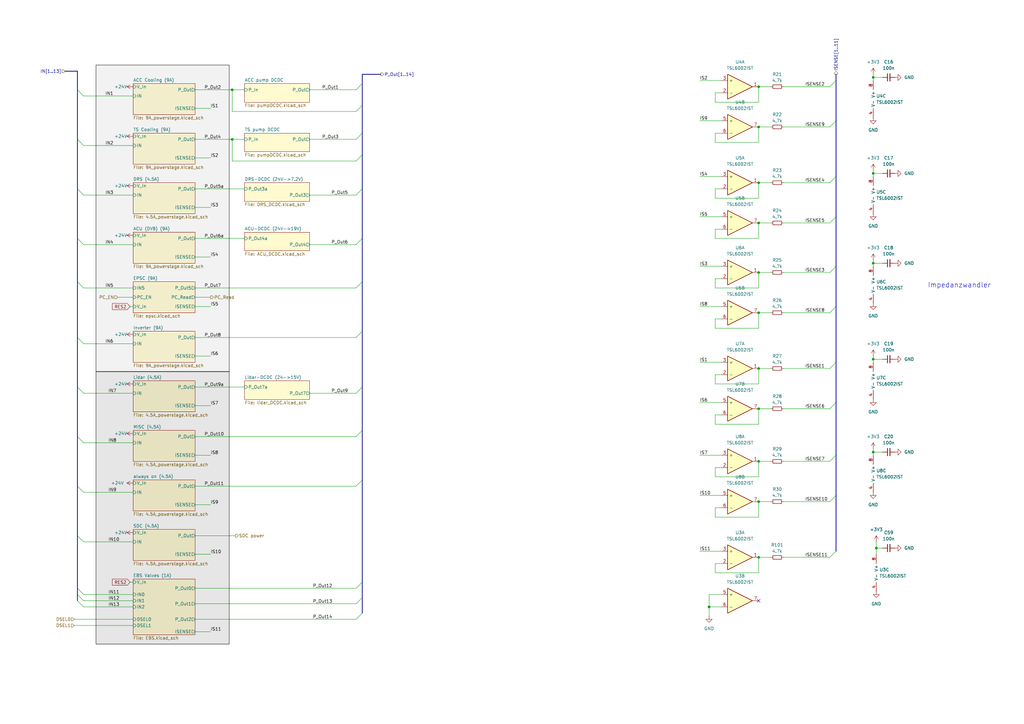
<source format=kicad_sch>
(kicad_sch (version 20231120) (generator "eeschema") (generator_version "8.0")
  (paper "A3")
  (title_block (title "PDU FT25") (date "2024-11-23") (rev "V1.1") (company "Janek Herm") (comment 1 "FaSTTUBe Electronics"))
  (lib_symbols
    (symbol "Device:C_Small" (pin_numbers hide) (pin_names (offset 0.254) hide)
      (property "Reference" "C" (at 0.254 1.778 0))
      (property "Value" "C_Small" (at 0.254 -2.032 0))
      (symbol "C_Small_0_1"
        (polyline (pts (xy -1.524 -0.508) (xy 1.524 -0.508)) (stroke (width 0.3302)))
        (polyline (pts (xy -1.524 0.508) (xy 1.524 0.508)) (stroke (width 0.3048)))
      )
      (symbol "C_Small_1_1"
        (pin passive line (at 0 2.54 270) (length 2.032) (name "~") (number "1"))
        (pin passive line (at 0 -2.54 90) (length 2.032) (name "~") (number "2"))
      )
    )
    (symbol "Device:Opamp_Dual"
      (property "Reference" "U" (at 0 5.08 0))
      (property "Value" "Opamp_Dual" (at 0 -5.08 0))
      (symbol "Opamp_Dual_1_1"
        (polyline (pts (xy -5.08 5.08) (xy 5.08 0) (xy -5.08 -5.08) (xy -5.08 5.08)) (stroke (width 0.254)) (fill (type background)))
        (pin output line (at 7.62 0 180) (length 2.54) (name "~") (number "1"))
        (pin input line (at -7.62 -2.54 0) (length 2.54) (name "-") (number "2"))
        (pin input line (at -7.62 2.54 0) (length 2.54) (name "+") (number "3"))
      )
      (symbol "Opamp_Dual_2_1"
        (polyline (pts (xy -5.08 5.08) (xy 5.08 0) (xy -5.08 -5.08) (xy -5.08 5.08)) (stroke (width 0.254)) (fill (type background)))
        (pin input line (at -7.62 2.54 0) (length 2.54) (name "+") (number "5"))
        (pin input line (at -7.62 -2.54 0) (length 2.54) (name "-") (number "6"))
        (pin output line (at 7.62 0 180) (length 2.54) (name "~") (number "7"))
      )
      (symbol "Opamp_Dual_3_1"
        (pin power_in line (at -2.54 -7.62 90) (length 3.81) (name "V-") (number "4"))
        (pin power_in line (at -2.54 7.62 270) (length 3.81) (name "V+") (number "8"))
      )
    )
    (symbol "Device:R_Small" (pin_numbers hide) (pin_names (offset 0.254) hide)
      (property "Reference" "R" (at 0.762 0.508 0))
      (property "Value" "R_Small" (at 0.762 -1.016 0))
      (symbol "R_Small_0_1"
        (rectangle (start -0.762 1.778) (end 0.762 -1.778) (stroke (width 0.2032)))
      )
      (symbol "R_Small_1_1"
        (pin passive line (at 0 2.54 270) (length 0.762) (name "~") (number "1"))
        (pin passive line (at 0 -2.54 90) (length 0.762) (name "~") (number "2"))
      )
    )
    (symbol "power:+12V" (power) (pin_numbers hide) (pin_names (offset 0) hide)
      (property "Value" "+12V" (at 0 3.556 0))
      (symbol "+12V_0_1"
        (polyline (pts (xy -0.762 1.27) (xy 0 2.54)))
        (polyline (pts (xy 0 0) (xy 0 2.54)))
        (polyline (pts (xy 0 2.54) (xy 0.762 1.27)))
      )
      (symbol "+12V_1_1"
        (pin power_in line (at 0 0 90) (length 0) (name "~") (number "1"))
      )
    )
    (symbol "power:+24V" (power) (pin_numbers hide) (pin_names (offset 0) hide)
      (property "Value" "+24V" (at 0 3.556 0))
      (symbol "+24V_0_1"
        (polyline (pts (xy -0.762 1.27) (xy 0 2.54)))
        (polyline (pts (xy 0 0) (xy 0 2.54)))
        (polyline (pts (xy 0 2.54) (xy 0.762 1.27)))
      )
      (symbol "+24V_1_1"
        (pin power_in line (at 0 0 90) (length 0) (name "~") (number "1"))
      )
    )
    (symbol "power:+3.3V" (power) (pin_numbers hide) (pin_names (offset 0) hide)
      (property "Value" "+3.3V" (at 0 3.556 0))
      (symbol "+3.3V_0_1"
        (polyline (pts (xy -0.762 1.27) (xy 0 2.54)))
        (polyline (pts (xy 0 0) (xy 0 2.54)))
        (polyline (pts (xy 0 2.54) (xy 0.762 1.27)))
      )
      (symbol "+3.3V_1_1"
        (pin power_in line (at 0 0 90) (length 0) (name "~") (number "1"))
      )
    )
    (symbol "power:GND" (power) (pin_numbers hide) (pin_names (offset 0) hide)
      (property "Value" "GND" (at 0 -3.81 0))
      (symbol "GND_0_1"
        (polyline (pts (xy 0 0) (xy 0 -1.27) (xy 1.27 -1.27) (xy 0 -2.54) (xy -1.27 -1.27) (xy 0 -1.27)))
      )
      (symbol "GND_1_1"
        (pin power_in line (at 0 0 270) (length 0) (name "~") (number "1"))
      )
    )
  )
  (junction (at 311.15 111.76))
  (junction (at 358.14 71.12))
  (junction (at 358.14 31.75))
  (junction (at 358.14 185.42))
  (junction (at 311.15 128.27))
  (junction (at 95.25 36.83))
  (junction (at 95.25 57.15))
  (junction (at 311.15 52.07))
  (junction (at 311.15 205.74))
  (junction (at 311.15 228.6))
  (junction (at 359.41 224.79))
  (junction (at 311.15 151.13))
  (junction (at 311.15 91.44))
  (junction (at 311.15 35.56))
  (junction (at 358.14 147.32))
  (junction (at 358.14 107.95))
  (junction (at 290.83 248.92))
  (junction (at 311.15 74.93))
  (junction (at 311.15 189.23))
  (junction (at 311.15 167.64))
  (no_connect (at 311.15 246.38))
  (bus_entry (at 340.36 228.6) (size 2.54 -2.54))
  (bus_entry (at 31.75 199.39) (size 2.54 2.54))
  (bus_entry (at 34.29 80.01) (size -2.54 -2.54))
  (bus_entry (at 31.75 219.71) (size 2.54 2.54))
  (bus_entry (at 146.05 254) (size 2.54 -2.54))
  (bus_entry (at 34.29 140.97) (size -2.54 -2.54))
  (bus_entry (at 146.05 247.65) (size 2.54 -2.54))
  (bus_entry (at 340.36 151.13) (size 2.54 -2.54))
  (bus_entry (at 146.05 179.07) (size 2.54 -2.54))
  (bus_entry (at 340.36 189.23) (size 2.54 -2.54))
  (bus_entry (at 146.05 100.33) (size 2.54 -2.54))
  (bus_entry (at 146.05 199.39) (size 2.54 -2.54))
  (bus_entry (at 340.36 111.76) (size 2.54 -2.54))
  (bus_entry (at 340.36 205.74) (size 2.54 -2.54))
  (bus_entry (at 340.36 74.93) (size 2.54 -2.54))
  (bus_entry (at 34.29 118.11) (size -2.54 -2.54))
  (bus_entry (at 146.05 118.11) (size 2.54 -2.54))
  (bus_entry (at 340.36 52.07) (size 2.54 -2.54))
  (bus_entry (at 34.29 100.33) (size -2.54 -2.54))
  (bus_entry (at 146.05 57.15) (size 2.54 -2.54))
  (bus_entry (at 146.05 161.29) (size 2.54 -2.54))
  (bus_entry (at 146.05 66.04) (size 2.54 -2.54))
  (bus_entry (at 146.05 241.3) (size 2.54 -2.54))
  (bus_entry (at 340.36 167.64) (size 2.54 -2.54))
  (bus_entry (at 31.75 179.07) (size 2.54 2.54))
  (bus_entry (at 34.29 39.37) (size -2.54 -2.54))
  (bus_entry (at 146.05 80.01) (size 2.54 -2.54))
  (bus_entry (at 340.36 91.44) (size 2.54 -2.54))
  (bus_entry (at 31.75 243.84) (size 2.54 2.54))
  (bus_entry (at 31.75 246.38) (size 2.54 2.54))
  (bus_entry (at 31.75 241.3) (size 2.54 2.54))
  (bus_entry (at 146.05 45.72) (size 2.54 -2.54))
  (bus_entry (at 340.36 128.27) (size 2.54 -2.54))
  (bus_entry (at 340.36 35.56) (size 2.54 -2.54))
  (bus_entry (at 34.29 59.69) (size -2.54 -2.54))
  (bus_entry (at 146.05 138.43) (size 2.54 -2.54))
  (bus_entry (at 146.05 36.83) (size 2.54 -2.54))
  (bus_entry (at 31.75 158.75) (size 2.54 2.54))
  (wire (pts (xy 293.37 130.81) (xy 293.37 134.62)))
  (bus (pts (xy 342.9 88.9) (xy 342.9 109.22)))
  (wire (pts (xy 311.15 189.23) (xy 311.15 195.58)))
  (bus (pts (xy 342.9 125.73) (xy 342.9 148.59)))
  (wire (pts (xy 321.31 52.07) (xy 340.36 52.07)))
  (wire (pts (xy 311.15 151.13) (xy 311.15 157.48)))
  (wire (pts (xy 34.29 100.33) (xy 54.61 100.33)))
  (wire (pts (xy 311.15 234.95) (xy 311.15 228.6)))
  (wire (pts (xy 321.31 205.74) (xy 340.36 205.74)))
  (bus (pts (xy 342.9 148.59) (xy 342.9 165.1)))
  (bus (pts (xy 31.75 243.84) (xy 31.75 246.38)))
  (wire (pts (xy 358.14 30.48) (xy 358.14 31.75)))
  (wire (pts (xy 311.15 205.74) (xy 311.15 212.09)))
  (wire (pts (xy 359.41 224.79) (xy 361.95 224.79)))
  (wire (pts (xy 311.15 128.27) (xy 311.15 134.62)))
  (wire (pts (xy 293.37 81.28) (xy 311.15 81.28)))
  (bus (pts (xy 31.75 241.3) (xy 31.75 243.84)))
  (wire (pts (xy 293.37 54.61) (xy 293.37 58.42)))
  (wire (pts (xy 311.15 74.93) (xy 316.23 74.93)))
  (wire (pts (xy 287.02 33.02) (xy 295.91 33.02)))
  (wire (pts (xy 287.02 226.06) (xy 295.91 226.06)))
  (wire (pts (xy 311.15 189.23) (xy 316.23 189.23)))
  (wire (pts (xy 95.25 45.72) (xy 146.05 45.72)))
  (wire (pts (xy 95.25 36.83) (xy 100.33 36.83)))
  (wire (pts (xy 293.37 195.58) (xy 311.15 195.58)))
  (wire (pts (xy 80.01 146.05) (xy 86.36 146.05)))
  (bus (pts (xy 148.59 63.5) (xy 148.59 77.47)))
  (wire (pts (xy 295.91 231.14) (xy 293.37 231.14)))
  (wire (pts (xy 290.83 248.92) (xy 295.91 248.92)))
  (wire (pts (xy 53.34 238.76) (xy 54.61 238.76)))
  (wire (pts (xy 34.29 80.01) (xy 54.61 80.01)))
  (wire (pts (xy 295.91 114.3) (xy 293.37 114.3)))
  (wire (pts (xy 290.83 243.84) (xy 295.91 243.84)))
  (wire (pts (xy 295.91 191.77) (xy 293.37 191.77)))
  (wire (pts (xy 311.15 35.56) (xy 316.23 35.56)))
  (wire (pts (xy 295.91 130.81) (xy 293.37 130.81)))
  (wire (pts (xy 295.91 54.61) (xy 293.37 54.61)))
  (wire (pts (xy 311.15 111.76) (xy 316.23 111.76)))
  (bus (pts (xy 148.59 238.76) (xy 148.59 245.11)))
  (wire (pts (xy 295.91 170.18) (xy 293.37 170.18)))
  (wire (pts (xy 287.02 148.59) (xy 295.91 148.59)))
  (bus (pts (xy 156.21 30.48) (xy 148.59 30.48)))
  (wire (pts (xy 358.14 107.95) (xy 361.95 107.95)))
  (wire (pts (xy 295.91 208.28) (xy 293.37 208.28)))
  (wire (pts (xy 358.14 69.85) (xy 358.14 71.12)))
  (wire (pts (xy 293.37 212.09) (xy 311.15 212.09)))
  (wire (pts (xy 30.48 254) (xy 54.61 254)))
  (wire (pts (xy 80.01 77.47) (xy 100.33 77.47)))
  (bus (pts (xy 342.9 72.39) (xy 342.9 88.9)))
  (wire (pts (xy 80.01 44.45) (xy 86.36 44.45)))
  (bus (pts (xy 148.59 158.75) (xy 148.59 176.53)))
  (wire (pts (xy 321.31 151.13) (xy 340.36 151.13)))
  (wire (pts (xy 358.14 185.42) (xy 358.14 186.69)))
  (wire (pts (xy 321.31 228.6) (xy 340.36 228.6)))
  (wire (pts (xy 127 57.15) (xy 146.05 57.15)))
  (wire (pts (xy 80.01 179.07) (xy 146.05 179.07)))
  (wire (pts (xy 287.02 125.73) (xy 295.91 125.73)))
  (wire (pts (xy 287.02 109.22) (xy 295.91 109.22)))
  (wire (pts (xy 358.14 71.12) (xy 361.95 71.12)))
  (wire (pts (xy 80.01 138.43) (xy 146.05 138.43)))
  (bus (pts (xy 342.9 109.22) (xy 342.9 125.73)))
  (wire (pts (xy 311.15 167.64) (xy 316.23 167.64)))
  (wire (pts (xy 311.15 52.07) (xy 311.15 58.42)))
  (wire (pts (xy 358.14 31.75) (xy 361.95 31.75)))
  (wire (pts (xy 34.29 243.84) (xy 54.61 243.84)))
  (bus (pts (xy 31.75 57.15) (xy 31.75 77.47)))
  (bus (pts (xy 31.75 29.21) (xy 31.75 36.83)))
  (wire (pts (xy 321.31 128.27) (xy 340.36 128.27)))
  (bus (pts (xy 148.59 196.85) (xy 148.59 238.76)))
  (wire (pts (xy 287.02 72.39) (xy 295.91 72.39)))
  (wire (pts (xy 311.15 52.07) (xy 316.23 52.07)))
  (wire (pts (xy 80.01 105.41) (xy 86.36 105.41)))
  (wire (pts (xy 359.41 222.25) (xy 359.41 224.79)))
  (wire (pts (xy 293.37 157.48) (xy 311.15 157.48)))
  (wire (pts (xy 311.15 205.74) (xy 316.23 205.74)))
  (wire (pts (xy 80.01 125.73) (xy 86.36 125.73)))
  (wire (pts (xy 293.37 97.79) (xy 311.15 97.79)))
  (wire (pts (xy 80.01 158.75) (xy 100.33 158.75)))
  (wire (pts (xy 295.91 93.98) (xy 293.37 93.98)))
  (bus (pts (xy 31.75 179.07) (xy 31.75 199.39)))
  (wire (pts (xy 80.01 207.01) (xy 86.36 207.01)))
  (bus (pts (xy 26.67 29.21) (xy 31.75 29.21)))
  (wire (pts (xy 287.02 186.69) (xy 295.91 186.69)))
  (wire (pts (xy 293.37 58.42) (xy 311.15 58.42)))
  (bus (pts (xy 31.75 97.79) (xy 31.75 115.57)))
  (wire (pts (xy 293.37 234.95) (xy 311.15 234.95)))
  (bus (pts (xy 148.59 176.53) (xy 148.59 196.85)))
  (wire (pts (xy 34.29 59.69) (xy 54.61 59.69)))
  (bus (pts (xy 342.9 186.69) (xy 342.9 203.2)))
  (wire (pts (xy 358.14 147.32) (xy 358.14 148.59)))
  (wire (pts (xy 295.91 153.67) (xy 293.37 153.67)))
  (bus (pts (xy 31.75 219.71) (xy 31.75 241.3)))
  (wire (pts (xy 321.31 91.44) (xy 340.36 91.44)))
  (wire (pts (xy 290.83 252.73) (xy 290.83 248.92)))
  (bus (pts (xy 148.59 245.11) (xy 148.59 251.46)))
  (wire (pts (xy 80.01 247.65) (xy 146.05 247.65)))
  (wire (pts (xy 293.37 153.67) (xy 293.37 157.48)))
  (wire (pts (xy 34.29 39.37) (xy 54.61 39.37)))
  (wire (pts (xy 293.37 38.1) (xy 293.37 41.91)))
  (wire (pts (xy 34.29 222.25) (xy 54.61 222.25)))
  (wire (pts (xy 293.37 208.28) (xy 293.37 212.09)))
  (wire (pts (xy 80.01 64.77) (xy 86.36 64.77)))
  (wire (pts (xy 95.25 57.15) (xy 95.25 66.04)))
  (bus (pts (xy 342.9 165.1) (xy 342.9 186.69)))
  (wire (pts (xy 80.01 254) (xy 146.05 254)))
  (wire (pts (xy 34.29 118.11) (xy 54.61 118.11)))
  (wire (pts (xy 30.48 256.54) (xy 54.61 256.54)))
  (wire (pts (xy 358.14 184.15) (xy 358.14 185.42)))
  (wire (pts (xy 321.31 74.93) (xy 340.36 74.93)))
  (wire (pts (xy 358.14 71.12) (xy 358.14 72.39)))
  (wire (pts (xy 293.37 134.62) (xy 311.15 134.62)))
  (bus (pts (xy 148.59 43.18) (xy 148.59 54.61)))
  (wire (pts (xy 287.02 165.1) (xy 295.91 165.1)))
  (bus (pts (xy 148.59 77.47) (xy 148.59 97.79)))
  (wire (pts (xy 311.15 111.76) (xy 311.15 118.11)))
  (wire (pts (xy 321.31 111.76) (xy 340.36 111.76)))
  (wire (pts (xy 287.02 49.53) (xy 295.91 49.53)))
  (wire (pts (xy 80.01 121.92) (xy 86.36 121.92)))
  (wire (pts (xy 80.01 118.11) (xy 146.05 118.11)))
  (bus (pts (xy 31.75 158.75) (xy 31.75 179.07)))
  (wire (pts (xy 295.91 77.47) (xy 293.37 77.47)))
  (wire (pts (xy 293.37 170.18) (xy 293.37 173.99)))
  (bus (pts (xy 342.9 33.02) (xy 342.9 49.53)))
  (wire (pts (xy 80.01 219.71) (xy 96.52 219.71)))
  (wire (pts (xy 127 100.33) (xy 146.05 100.33)))
  (bus (pts (xy 31.75 36.83) (xy 31.75 57.15)))
  (wire (pts (xy 95.25 66.04) (xy 146.05 66.04)))
  (wire (pts (xy 34.29 181.61) (xy 54.61 181.61)))
  (wire (pts (xy 293.37 41.91) (xy 311.15 41.91)))
  (wire (pts (xy 293.37 118.11) (xy 311.15 118.11)))
  (wire (pts (xy 34.29 246.38) (xy 54.61 246.38)))
  (bus (pts (xy 342.9 203.2) (xy 342.9 226.06)))
  (wire (pts (xy 293.37 231.14) (xy 293.37 234.95)))
  (wire (pts (xy 358.14 185.42) (xy 361.95 185.42)))
  (bus (pts (xy 148.59 135.89) (xy 148.59 158.75)))
  (wire (pts (xy 53.34 125.73) (xy 54.61 125.73)))
  (wire (pts (xy 311.15 74.93) (xy 311.15 81.28)))
  (wire (pts (xy 80.01 36.83) (xy 95.25 36.83)))
  (wire (pts (xy 95.25 57.15) (xy 100.33 57.15)))
  (wire (pts (xy 293.37 93.98) (xy 293.37 97.79)))
  (wire (pts (xy 295.91 38.1) (xy 293.37 38.1)))
  (bus (pts (xy 148.59 34.29) (xy 148.59 43.18)))
  (wire (pts (xy 54.61 201.93) (xy 34.29 201.93)))
  (wire (pts (xy 358.14 147.32) (xy 361.95 147.32)))
  (wire (pts (xy 293.37 173.99) (xy 311.15 173.99)))
  (wire (pts (xy 127 80.01) (xy 146.05 80.01)))
  (wire (pts (xy 80.01 199.39) (xy 146.05 199.39)))
  (wire (pts (xy 80.01 57.15) (xy 95.25 57.15)))
  (bus (pts (xy 31.75 77.47) (xy 31.75 97.79)))
  (wire (pts (xy 293.37 191.77) (xy 293.37 195.58)))
  (bus (pts (xy 342.9 49.53) (xy 342.9 72.39)))
  (bus (pts (xy 148.59 97.79) (xy 148.59 115.57)))
  (bus (pts (xy 148.59 30.48) (xy 148.59 34.29)))
  (wire (pts (xy 80.01 186.69) (xy 86.36 186.69)))
  (wire (pts (xy 287.02 203.2) (xy 295.91 203.2)))
  (bus (pts (xy 148.59 115.57) (xy 148.59 135.89)))
  (wire (pts (xy 321.31 35.56) (xy 340.36 35.56)))
  (wire (pts (xy 358.14 146.05) (xy 358.14 147.32)))
  (wire (pts (xy 80.01 241.3) (xy 146.05 241.3)))
  (wire (pts (xy 80.01 259.08) (xy 86.36 259.08)))
  (bus (pts (xy 31.75 199.39) (xy 31.75 219.71)))
  (bus (pts (xy 31.75 138.43) (xy 31.75 158.75)))
  (wire (pts (xy 311.15 91.44) (xy 311.15 97.79)))
  (wire (pts (xy 80.01 166.37) (xy 86.36 166.37)))
  (wire (pts (xy 311.15 167.64) (xy 311.15 173.99)))
  (wire (pts (xy 358.14 31.75) (xy 358.14 33.02)))
  (wire (pts (xy 311.15 91.44) (xy 316.23 91.44)))
  (wire (pts (xy 34.29 140.97) (xy 54.61 140.97)))
  (wire (pts (xy 321.31 189.23) (xy 340.36 189.23)))
  (wire (pts (xy 359.41 224.79) (xy 359.41 227.33)))
  (wire (pts (xy 358.14 106.68) (xy 358.14 107.95)))
  (wire (pts (xy 95.25 36.83) (xy 95.25 45.72)))
  (wire (pts (xy 311.15 35.56) (xy 311.15 41.91)))
  (wire (pts (xy 293.37 77.47) (xy 293.37 81.28)))
  (wire (pts (xy 80.01 227.33) (xy 86.36 227.33)))
  (wire (pts (xy 287.02 88.9) (xy 295.91 88.9)))
  (bus (pts (xy 31.75 115.57) (xy 31.75 138.43)))
  (wire (pts (xy 311.15 151.13) (xy 316.23 151.13)))
  (wire (pts (xy 34.29 161.29) (xy 54.61 161.29)))
  (wire (pts (xy 358.14 107.95) (xy 358.14 109.22)))
  (wire (pts (xy 34.29 248.92) (xy 54.61 248.92)))
  (wire (pts (xy 321.31 167.64) (xy 340.36 167.64)))
  (wire (pts (xy 80.01 85.09) (xy 86.36 85.09)))
  (wire (pts (xy 80.01 97.79) (xy 100.33 97.79)))
  (bus (pts (xy 148.59 54.61) (xy 148.59 63.5)))
  (wire (pts (xy 311.15 128.27) (xy 316.23 128.27)))
  (wire (pts (xy 127 161.29) (xy 146.05 161.29)))
  (wire (pts (xy 293.37 114.3) (xy 293.37 118.11)))
  (wire (pts (xy 48.26 121.92) (xy 54.61 121.92)))
  (wire (pts (xy 311.15 228.6) (xy 316.23 228.6)))
  (wire (pts (xy 127 36.83) (xy 146.05 36.83)))
  (bus (pts (xy 342.9 30.48) (xy 342.9 33.02)))
  (wire (pts (xy 290.83 248.92) (xy 290.83 243.84)))
  (rectangle (start 39.37 152.4) (end 93.98 264.16) (stroke (width 0) (color 0 0 0 1)) (fill (type color) (color 132 132 132 0.2)))
  (rectangle (start 39.37 26.67) (end 93.98 152.4) (stroke (width 0) (color 0 0 0 1)) (fill (type color) (color 194 194 194 0.2)))
  (text "Impedanzwandler" (at 393.446 117.094 0) (effects (font (size 2 2))))
  (label "P_Out10" (at 83.82 179.07 0))
  (label "ISENSE10" (at 330.2 205.74 0))
  (label "IS2" (at 86.36 64.77 0))
  (label "IN2" (at 43.18 59.69 0))
  (label "IS6" (at 86.36 146.05 0))
  (label "P_Out7" (at 83.82 118.11 0))
  (label "IS10" (at 287.02 203.2 0))
  (label "P_Out14" (at 128.27 254 0))
  (label "IS1" (at 86.36 44.45 0))
  (label "ISENSE9" (at 330.2 52.07 0))
  (label "IS7" (at 86.36 166.37 0))
  (label "P_Out2" (at 83.82 36.83 0))
  (label "IN4" (at 43.18 100.33 0))
  (label "IN10" (at 44.45 222.25 0))
  (label "IS5" (at 86.36 125.73 0))
  (label "P_Out4" (at 83.82 57.15 0))
  (label "IS9" (at 287.02 49.53 0))
  (label "IS7" (at 287.02 186.69 0))
  (label "P_Out9a" (at 83.82 158.75 0))
  (label "IN8" (at 44.45 181.61 0))
  (label "IS1" (at 287.02 148.59 0))
  (label "IN13" (at 44.45 248.92 0))
  (label "IS8" (at 86.36 186.69 0))
  (label "IS2" (at 287.02 33.02 0))
  (label "IS3" (at 287.02 109.22 0))
  (label "P_Out5" (at 135.89 80.01 0))
  (label "IS11" (at 287.02 226.06 0))
  (label "ISENSE4" (at 330.2 74.93 0))
  (label "IN6" (at 43.18 140.97 0))
  (label "IS5" (at 287.02 88.9 0))
  (label "IS8" (at 287.02 125.73 0))
  (label "P_Out1" (at 132.08 36.83 0))
  (label "P_Out5a" (at 83.82 77.47 0))
  (label "P_Out8" (at 83.82 138.43 0))
  (label "IS10" (at 86.36 227.33 0))
  (label "P_Out3" (at 132.08 57.15 0))
  (label "IN9" (at 44.45 201.93 0))
  (label "IN3" (at 43.18 80.01 0))
  (label "IS6" (at 287.02 165.1 0))
  (label "IS4" (at 86.36 105.41 0))
  (label "P_Out9" (at 135.89 161.29 0))
  (label "ISENSE3" (at 330.2 111.76 0))
  (label "ISENSE11" (at 330.2 228.6 0))
  (label "IN12" (at 44.45 246.38 0))
  (label "P_Out13" (at 128.27 247.65 0))
  (label "P_Out6" (at 135.89 100.33 0))
  (label "IS4" (at 287.02 72.39 0))
  (label "P_Out11" (at 83.82 199.39 0))
  (label "IS9" (at 86.36 207.01 0))
  (label "IN7" (at 44.45 161.29 0))
  (label "ISENSE2" (at 330.2 35.56 0))
  (label "P_Out12" (at 128.27 241.3 0))
  (label "IS3" (at 86.36 85.09 0))
  (label "IN1" (at 43.18 39.37 0))
  (label "ISENSE8" (at 330.2 128.27 0))
  (label "ISENSE1" (at 330.2 151.13 0))
  (label "P_Out6a" (at 83.82 97.79 0))
  (label "ISENSE7" (at 330.2 189.23 0))
  (label "IN5" (at 43.18 118.11 0))
  (label "IS11" (at 86.36 259.08 0))
  (label "IN11" (at 44.45 243.84 0))
  (label "ISENSE5" (at 330.2 91.44 0))
  (label "ISENSE6" (at 330.2 167.64 0))
  (global_label "RES2" (shape input) (at 53.34 125.73 180) (property "Intersheetrefs" "${INTERSHEET_REFS}" (effects (hide yes))))
  (global_label "RES2" (shape input) (at 53.34 238.76 180) (property "Intersheetrefs" "${INTERSHEET_REFS}" (effects (hide yes))))
  (hierarchical_label "PC_EN" (shape input) (at 48.26 121.92 180))
  (hierarchical_label "ISENSE[1..11]" (shape output) (at 342.9 30.48 90))
  (hierarchical_label "PC_Read" (shape output) (at 86.36 121.92 0))
  (hierarchical_label "DSEL0" (shape input) (at 30.48 254 180))
  (hierarchical_label "DSEL1" (shape input) (at 30.48 256.54 180))
  (hierarchical_label "P_Out[1..14]" (shape output) (at 156.21 30.48 0))
  (hierarchical_label "IN[1..13]" (shape input) (at 26.67 29.21 180))
  (hierarchical_label "SDC power" (shape output) (at 96.52 219.71 0))
  (symbol (lib_id "power:GND") (at 367.03 147.32 90) (unit 1)
    (property "Reference" "#PWR061" (effects (hide yes)))
    (property "Value" "GND" (at 370.84 147.3199 90) (effects (justify right)))
    (property "Description" "Power symbol creates a global label with name \"GND\" , ground" (effects (hide yes)))
  )
  (symbol (lib_id "Device:C_Small") (at 364.49 224.79 90) (unit 1)
    (property "Reference" "C59" (at 364.4963 218.44 90))
    (property "Value" "100n" (at 364.4963 220.98 90))
    (property "Footprint" "Capacitor_SMD:C_0603_1608Metric" (effects (hide yes)))
    (property "Description" "Unpolarized capacitor, small symbol" (effects (hide yes)))
  )
  (symbol (lib_id "power:+12V") (at 54.61 76.2 90) (unit 1)
    (property "Reference" "#PWR053" (effects (hide yes)))
    (property "Value" "+24V" (at 49.53 76.2 90))
    (property "Description" "Power symbol creates a global label with name \"+12V\"" (effects (hide yes)))
  )
  (symbol (lib_id "Device:Opamp_Dual") (at 360.68 194.31 0) (unit 3)
    (property "Reference" "U8" (at 359.41 193.0399 0) (effects (justify left)))
    (property "Value" "TSL6002IST" (at 359.41 195.5799 0) (effects (justify left)))
    (property "Footprint" "TSL6002IST:SOP65P490X110-8N" (effects (hide yes)))
    (property "Datasheet" "https://www.st.com/resource/en/datasheet/tsl6001.pdf" (effects (hide yes)))
    (property "Description" "Dual operational amplifier" (effects (hide yes)))
    (property "Sim.Library" "${KICAD7_SYMBOL_DIR}/Simulation_SPICE.sp" (effects (hide yes)))
    (property "Sim.Name" "kicad_builtin_opamp_dual" (effects (hide yes)))
    (property "Sim.Device" "SUBCKT" (effects (hide yes)))
    (property "Sim.Pins" "1=out1 2=in1- 3=in1+ 4=vee 5=in2+ 6=in2- 7=out2 8=vcc" (effects (hide yes)))
  )
  (symbol (lib_id "Device:R_Small") (at 318.77 128.27 90) (unit 1)
    (property "Reference" "R26" (at 318.77 123.19 90))
    (property "Value" "4.7k" (at 318.77 125.73 90))
    (property "Footprint" "Resistor_SMD:R_0603_1608Metric" (effects (hide yes)))
    (property "Description" "Resistor, small symbol" (effects (hide yes)))
  )
  (symbol (lib_id "Device:C_Small") (at 364.49 31.75 90) (unit 1)
    (property "Reference" "C16" (at 364.4963 25.4 90))
    (property "Value" "100n" (at 364.4963 27.94 90))
    (property "Footprint" "Capacitor_SMD:C_0603_1608Metric" (effects (hide yes)))
    (property "Description" "Unpolarized capacitor, small symbol" (effects (hide yes)))
  )
  (symbol (lib_id "power:+24V") (at 54.61 198.12 90) (unit 1)
    (property "Reference" "#PWR067" (effects (hide yes)))
    (property "Value" "+24V" (at 50.8 198.1199 90) (effects (justify left)))
    (property "Description" "Power symbol creates a global label with name \"+24V\"" (effects (hide yes)))
  )
  (symbol (lib_id "power:+3.3V") (at 358.14 184.15 0) (unit 1)
    (property "Reference" "#PWR065" (effects (hide yes)))
    (property "Value" "+3V3" (at 358.14 179.07 0))
    (property "Description" "Power symbol creates a global label with name \"+3.3V\"" (effects (hide yes)))
  )
  (symbol (lib_id "power:GND") (at 358.14 48.26 0) (unit 1)
    (property "Reference" "#PWR049" (effects (hide yes)))
    (property "Value" "GND" (at 358.14 53.34 0))
    (property "Description" "Power symbol creates a global label with name \"GND\" , ground" (effects (hide yes)))
  )
  (symbol (lib_id "Device:Opamp_Dual") (at 361.95 234.95 0) (unit 3)
    (property "Reference" "U3" (at 360.68 233.6799 0) (effects (justify left)))
    (property "Value" "TSL6002IST" (at 360.68 236.2199 0) (effects (justify left)))
    (property "Footprint" "TSL6002IST:SOP65P490X110-8N" (effects (hide yes)))
    (property "Datasheet" "https://www.st.com/resource/en/datasheet/tsl6001.pdf" (effects (hide yes)))
    (property "Description" "Dual operational amplifier" (effects (hide yes)))
    (property "Sim.Library" "${KICAD7_SYMBOL_DIR}/Simulation_SPICE.sp" (effects (hide yes)))
    (property "Sim.Name" "kicad_builtin_opamp_dual" (effects (hide yes)))
    (property "Sim.Device" "SUBCKT" (effects (hide yes)))
    (property "Sim.Pins" "1=out1 2=in1- 3=in1+ 4=vee 5=in2+ 6=in2- 7=out2 8=vcc" (effects (hide yes)))
  )
  (symbol (lib_id "Device:Opamp_Dual") (at 303.53 91.44 0) (unit 2)
    (property "Reference" "U5" (at 303.53 81.28 0))
    (property "Value" "TSL6002IST" (at 303.53 83.82 0))
    (property "Footprint" "TSL6002IST:SOP65P490X110-8N" (effects (hide yes)))
    (property "Datasheet" "https://www.st.com/resource/en/datasheet/tsl6001.pdf" (effects (hide yes)))
    (property "Description" "Dual operational amplifier" (effects (hide yes)))
    (property "Sim.Library" "${KICAD7_SYMBOL_DIR}/Simulation_SPICE.sp" (effects (hide yes)))
    (property "Sim.Name" "kicad_builtin_opamp_dual" (effects (hide yes)))
    (property "Sim.Device" "SUBCKT" (effects (hide yes)))
    (property "Sim.Pins" "1=out1 2=in1- 3=in1+ 4=vee 5=in2+ 6=in2- 7=out2 8=vcc" (effects (hide yes)))
  )
  (symbol (lib_id "power:+3.3V") (at 358.14 69.85 0) (unit 1)
    (property "Reference" "#PWR051" (effects (hide yes)))
    (property "Value" "+3V3" (at 358.14 64.77 0))
    (property "Description" "Power symbol creates a global label with name \"+3.3V\"" (effects (hide yes)))
  )
  (symbol (lib_id "Device:Opamp_Dual") (at 360.68 80.01 0) (unit 3)
    (property "Reference" "U5" (at 359.41 78.7399 0) (effects (justify left)))
    (property "Value" "TSL6002IST" (at 359.41 81.2799 0) (effects (justify left)))
    (property "Footprint" "TSL6002IST:SOP65P490X110-8N" (effects (hide yes)))
    (property "Datasheet" "https://www.st.com/resource/en/datasheet/tsl6001.pdf" (effects (hide yes)))
    (property "Description" "Dual operational amplifier" (effects (hide yes)))
    (property "Sim.Library" "${KICAD7_SYMBOL_DIR}/Simulation_SPICE.sp" (effects (hide yes)))
    (property "Sim.Name" "kicad_builtin_opamp_dual" (effects (hide yes)))
    (property "Sim.Device" "SUBCKT" (effects (hide yes)))
    (property "Sim.Pins" "1=out1 2=in1- 3=in1+ 4=vee 5=in2+ 6=in2- 7=out2 8=vcc" (effects (hide yes)))
  )
  (symbol (lib_id "Device:C_Small") (at 364.49 185.42 90) (unit 1)
    (property "Reference" "C20" (at 364.4963 179.07 90))
    (property "Value" "100n" (at 364.4963 181.61 90))
    (property "Footprint" "Capacitor_SMD:C_0603_1608Metric" (effects (hide yes)))
    (property "Description" "Unpolarized capacitor, small symbol" (effects (hide yes)))
  )
  (symbol (lib_id "Device:R_Small") (at 318.77 111.76 90) (unit 1)
    (property "Reference" "R25" (at 318.77 106.68 90))
    (property "Value" "4.7k" (at 318.77 109.22 90))
    (property "Footprint" "Resistor_SMD:R_0603_1608Metric" (effects (hide yes)))
    (property "Description" "Resistor, small symbol" (effects (hide yes)))
  )
  (symbol (lib_id "Device:R_Small") (at 318.77 74.93 90) (unit 1)
    (property "Reference" "R23" (at 318.77 69.85 90))
    (property "Value" "4.7k" (at 318.77 72.39 90))
    (property "Footprint" "Resistor_SMD:R_0603_1608Metric" (effects (hide yes)))
    (property "Description" "Resistor, small symbol" (effects (hide yes)))
  )
  (symbol (lib_id "Device:Opamp_Dual") (at 303.53 35.56 0) (unit 1)
    (property "Reference" "U4" (at 303.53 25.4 0))
    (property "Value" "TSL6002IST" (at 303.53 27.94 0))
    (property "Footprint" "TSL6002IST:SOP65P490X110-8N" (effects (hide yes)))
    (property "Datasheet" "https://www.st.com/resource/en/datasheet/tsl6001.pdf" (effects (hide yes)))
    (property "Description" "Dual operational amplifier" (effects (hide yes)))
    (property "Sim.Library" "${KICAD7_SYMBOL_DIR}/Simulation_SPICE.sp" (effects (hide yes)))
    (property "Sim.Name" "kicad_builtin_opamp_dual" (effects (hide yes)))
    (property "Sim.Device" "SUBCKT" (effects (hide yes)))
    (property "Sim.Pins" "1=out1 2=in1- 3=in1+ 4=vee 5=in2+ 6=in2- 7=out2 8=vcc" (effects (hide yes)))
  )
  (symbol (lib_id "power:+12V") (at 54.61 137.16 90) (unit 1)
    (property "Reference" "#PWR059" (effects (hide yes)))
    (property "Value" "+24V" (at 49.53 137.16 90))
    (property "Description" "Power symbol creates a global label with name \"+12V\"" (effects (hide yes)))
  )
  (symbol (lib_id "Device:Opamp_Dual") (at 303.53 151.13 0) (unit 1)
    (property "Reference" "U7" (at 303.53 140.97 0))
    (property "Value" "TSL6002IST" (at 303.53 143.51 0))
    (property "Footprint" "TSL6002IST:SOP65P490X110-8N" (effects (hide yes)))
    (property "Datasheet" "https://www.st.com/resource/en/datasheet/tsl6001.pdf" (effects (hide yes)))
    (property "Description" "Dual operational amplifier" (effects (hide yes)))
    (property "Sim.Library" "${KICAD7_SYMBOL_DIR}/Simulation_SPICE.sp" (effects (hide yes)))
    (property "Sim.Name" "kicad_builtin_opamp_dual" (effects (hide yes)))
    (property "Sim.Device" "SUBCKT" (effects (hide yes)))
    (property "Sim.Pins" "1=out1 2=in1- 3=in1+ 4=vee 5=in2+ 6=in2- 7=out2 8=vcc" (effects (hide yes)))
  )
  (symbol (lib_id "Device:R_Small") (at 318.77 189.23 90) (unit 1)
    (property "Reference" "R29" (at 318.77 184.15 90))
    (property "Value" "4.7k" (at 318.77 186.69 90))
    (property "Footprint" "Resistor_SMD:R_0603_1608Metric" (effects (hide yes)))
    (property "Description" "Resistor, small symbol" (effects (hide yes)))
  )
  (symbol (lib_id "Device:Opamp_Dual") (at 360.68 156.21 0) (unit 3)
    (property "Reference" "U7" (at 359.41 154.9399 0) (effects (justify left)))
    (property "Value" "TSL6002IST" (at 359.41 157.4799 0) (effects (justify left)))
    (property "Footprint" "TSL6002IST:SOP65P490X110-8N" (effects (hide yes)))
    (property "Datasheet" "https://www.st.com/resource/en/datasheet/tsl6001.pdf" (effects (hide yes)))
    (property "Description" "Dual operational amplifier" (effects (hide yes)))
    (property "Sim.Library" "${KICAD7_SYMBOL_DIR}/Simulation_SPICE.sp" (effects (hide yes)))
    (property "Sim.Name" "kicad_builtin_opamp_dual" (effects (hide yes)))
    (property "Sim.Device" "SUBCKT" (effects (hide yes)))
    (property "Sim.Pins" "1=out1 2=in1- 3=in1+ 4=vee 5=in2+ 6=in2- 7=out2 8=vcc" (effects (hide yes)))
  )
  (symbol (lib_id "power:+12V") (at 54.61 35.56 90) (unit 1)
    (property "Reference" "#PWR048" (effects (hide yes)))
    (property "Value" "+24V" (at 49.53 35.56 90))
    (property "Description" "Power symbol creates a global label with name \"+12V\"" (effects (hide yes)))
  )
  (symbol (lib_id "power:+12V") (at 54.61 55.88 90) (unit 1)
    (property "Reference" "#PWR050" (effects (hide yes)))
    (property "Value" "+24V" (at 49.53 55.88 90))
    (property "Description" "Power symbol creates a global label with name \"+12V\"" (effects (hide yes)))
  )
  (symbol (lib_id "Device:Opamp_Dual") (at 303.53 111.76 0) (unit 1)
    (property "Reference" "U6" (at 303.53 101.6 0))
    (property "Value" "TSL6002IST" (at 303.53 104.14 0))
    (property "Footprint" "TSL6002IST:SOP65P490X110-8N" (effects (hide yes)))
    (property "Datasheet" "https://www.st.com/resource/en/datasheet/tsl6001.pdf" (effects (hide yes)))
    (property "Description" "Dual operational amplifier" (effects (hide yes)))
    (property "Sim.Library" "${KICAD7_SYMBOL_DIR}/Simulation_SPICE.sp" (effects (hide yes)))
    (property "Sim.Name" "kicad_builtin_opamp_dual" (effects (hide yes)))
    (property "Sim.Device" "SUBCKT" (effects (hide yes)))
    (property "Sim.Pins" "1=out1 2=in1- 3=in1+ 4=vee 5=in2+ 6=in2- 7=out2 8=vcc" (effects (hide yes)))
  )
  (symbol (lib_id "power:+3.3V") (at 358.14 30.48 0) (unit 1)
    (property "Reference" "#PWR046" (effects (hide yes)))
    (property "Value" "+3V3" (at 358.14 25.4 0))
    (property "Description" "Power symbol creates a global label with name \"+3.3V\"" (effects (hide yes)))
  )
  (symbol (lib_id "Device:Opamp_Dual") (at 360.68 40.64 0) (unit 3)
    (property "Reference" "U4" (at 359.41 39.3699 0) (effects (justify left)))
    (property "Value" "TSL6002IST" (at 359.41 41.9099 0) (effects (justify left)))
    (property "Footprint" "TSL6002IST:SOP65P490X110-8N" (effects (hide yes)))
    (property "Datasheet" "https://www.st.com/resource/en/datasheet/tsl6001.pdf" (effects (hide yes)))
    (property "Description" "Dual operational amplifier" (effects (hide yes)))
    (property "Sim.Library" "${KICAD7_SYMBOL_DIR}/Simulation_SPICE.sp" (effects (hide yes)))
    (property "Sim.Name" "kicad_builtin_opamp_dual" (effects (hide yes)))
    (property "Sim.Device" "SUBCKT" (effects (hide yes)))
    (property "Sim.Pins" "1=out1 2=in1- 3=in1+ 4=vee 5=in2+ 6=in2- 7=out2 8=vcc" (effects (hide yes)))
  )
  (symbol (lib_id "power:+12V") (at 54.61 157.48 90) (unit 1)
    (property "Reference" "#PWR062" (effects (hide yes)))
    (property "Value" "+24V" (at 49.53 157.48 90))
    (property "Description" "Power symbol creates a global label with name \"+12V\"" (effects (hide yes)))
  )
  (symbol (lib_id "Device:R_Small") (at 318.77 228.6 90) (unit 1)
    (property "Reference" "R101" (at 318.77 223.52 90))
    (property "Value" "4.7k" (at 318.77 226.06 90))
    (property "Footprint" "Resistor_SMD:R_0603_1608Metric" (effects (hide yes)))
    (property "Description" "Resistor, small symbol" (effects (hide yes)))
  )
  (symbol (lib_id "Device:R_Small") (at 318.77 35.56 90) (unit 1)
    (property "Reference" "R21" (at 318.77 30.48 90))
    (property "Value" "4.7k" (at 318.77 33.02 90))
    (property "Footprint" "Resistor_SMD:R_0603_1608Metric" (effects (hide yes)))
    (property "Description" "Resistor, small symbol" (effects (hide yes)))
  )
  (symbol (lib_id "power:GND") (at 367.03 31.75 90) (unit 1)
    (property "Reference" "#PWR047" (effects (hide yes)))
    (property "Value" "GND" (at 370.84 31.7499 90) (effects (justify right)))
    (property "Description" "Power symbol creates a global label with name \"GND\" , ground" (effects (hide yes)))
  )
  (symbol (lib_id "power:GND") (at 358.14 87.63 0) (unit 1)
    (property "Reference" "#PWR054" (effects (hide yes)))
    (property "Value" "GND" (at 358.14 92.71 0))
    (property "Description" "Power symbol creates a global label with name \"GND\" , ground" (effects (hide yes)))
  )
  (symbol (lib_id "power:GND") (at 367.03 185.42 90) (unit 1)
    (property "Reference" "#PWR066" (effects (hide yes)))
    (property "Value" "GND" (at 370.84 185.4199 90) (effects (justify right)))
    (property "Description" "Power symbol creates a global label with name \"GND\" , ground" (effects (hide yes)))
  )
  (symbol (lib_id "power:GND") (at 358.14 163.83 0) (unit 1)
    (property "Reference" "#PWR063" (effects (hide yes)))
    (property "Value" "GND" (at 358.14 168.91 0))
    (property "Description" "Power symbol creates a global label with name \"GND\" , ground" (effects (hide yes)))
  )
  (symbol (lib_id "Device:C_Small") (at 364.49 107.95 90) (unit 1)
    (property "Reference" "C18" (at 364.4963 101.6 90))
    (property "Value" "100n" (at 364.4963 104.14 90))
    (property "Footprint" "Capacitor_SMD:C_0603_1608Metric" (effects (hide yes)))
    (property "Description" "Unpolarized capacitor, small symbol" (effects (hide yes)))
  )
  (symbol (lib_id "power:GND") (at 367.03 107.95 90) (unit 1)
    (property "Reference" "#PWR057" (effects (hide yes)))
    (property "Value" "GND" (at 370.84 107.9499 90) (effects (justify right)))
    (property "Description" "Power symbol creates a global label with name \"GND\" , ground" (effects (hide yes)))
  )
  (symbol (lib_id "power:GND") (at 290.83 252.73 0) (unit 1)
    (property "Reference" "#PWR0197" (effects (hide yes)))
    (property "Value" "GND" (at 290.83 257.81 0))
    (property "Description" "Power symbol creates a global label with name \"GND\" , ground" (effects (hide yes)))
  )
  (symbol (lib_id "power:+3.3V") (at 358.14 146.05 0) (unit 1)
    (property "Reference" "#PWR060" (effects (hide yes)))
    (property "Value" "+3V3" (at 358.14 140.97 0))
    (property "Description" "Power symbol creates a global label with name \"+3.3V\"" (effects (hide yes)))
  )
  (symbol (lib_id "power:+12V") (at 54.61 96.52 90) (unit 1)
    (property "Reference" "#PWR055" (effects (hide yes)))
    (property "Value" "+24V" (at 49.53 96.52 90))
    (property "Description" "Power symbol creates a global label with name \"+12V\"" (effects (hide yes)))
  )
  (symbol (lib_id "power:+3.3V") (at 359.41 222.25 0) (unit 1)
    (property "Reference" "#PWR0154" (effects (hide yes)))
    (property "Value" "+3V3" (at 359.41 217.17 0))
    (property "Description" "Power symbol creates a global label with name \"+3.3V\"" (effects (hide yes)))
  )
  (symbol (lib_id "Device:Opamp_Dual") (at 303.53 228.6 0) (unit 1)
    (property "Reference" "U3" (at 303.53 218.44 0))
    (property "Value" "TSL6002IST" (at 303.53 220.98 0))
    (property "Footprint" "TSL6002IST:SOP65P490X110-8N" (effects (hide yes)))
    (property "Datasheet" "https://www.st.com/resource/en/datasheet/tsl6001.pdf" (effects (hide yes)))
    (property "Description" "Dual operational amplifier" (effects (hide yes)))
    (property "Sim.Library" "${KICAD7_SYMBOL_DIR}/Simulation_SPICE.sp" (effects (hide yes)))
    (property "Sim.Name" "kicad_builtin_opamp_dual" (effects (hide yes)))
    (property "Sim.Device" "SUBCKT" (effects (hide yes)))
    (property "Sim.Pins" "1=out1 2=in1- 3=in1+ 4=vee 5=in2+ 6=in2- 7=out2 8=vcc" (effects (hide yes)))
  )
  (symbol (lib_id "power:GND") (at 367.03 224.79 90) (unit 1)
    (property "Reference" "#PWR0155" (effects (hide yes)))
    (property "Value" "GND" (at 370.84 224.7899 90) (effects (justify right)))
    (property "Description" "Power symbol creates a global label with name \"GND\" , ground" (effects (hide yes)))
  )
  (symbol (lib_id "Device:Opamp_Dual") (at 303.53 246.38 0) (unit 2)
    (property "Reference" "U3" (at 303.53 236.22 0))
    (property "Value" "TSL6002IST" (at 303.53 238.76 0))
    (property "Footprint" "TSL6002IST:SOP65P490X110-8N" (effects (hide yes)))
    (property "Datasheet" "https://www.st.com/resource/en/datasheet/tsl6001.pdf" (effects (hide yes)))
    (property "Description" "Dual operational amplifier" (effects (hide yes)))
    (property "Sim.Library" "${KICAD7_SYMBOL_DIR}/Simulation_SPICE.sp" (effects (hide yes)))
    (property "Sim.Name" "kicad_builtin_opamp_dual" (effects (hide yes)))
    (property "Sim.Device" "SUBCKT" (effects (hide yes)))
    (property "Sim.Pins" "1=out1 2=in1- 3=in1+ 4=vee 5=in2+ 6=in2- 7=out2 8=vcc" (effects (hide yes)))
  )
  (symbol (lib_id "Device:Opamp_Dual") (at 303.53 189.23 0) (unit 1)
    (property "Reference" "U8" (at 303.53 179.07 0))
    (property "Value" "TSL6002IST" (at 303.53 181.61 0))
    (property "Footprint" "TSL6002IST:SOP65P490X110-8N" (effects (hide yes)))
    (property "Datasheet" "https://www.st.com/resource/en/datasheet/tsl6001.pdf" (effects (hide yes)))
    (property "Description" "Dual operational amplifier" (effects (hide yes)))
    (property "Sim.Library" "${KICAD7_SYMBOL_DIR}/Simulation_SPICE.sp" (effects (hide yes)))
    (property "Sim.Name" "kicad_builtin_opamp_dual" (effects (hide yes)))
    (property "Sim.Device" "SUBCKT" (effects (hide yes)))
    (property "Sim.Pins" "1=out1 2=in1- 3=in1+ 4=vee 5=in2+ 6=in2- 7=out2 8=vcc" (effects (hide yes)))
  )
  (symbol (lib_id "power:+12V") (at 54.61 177.8 90) (unit 1)
    (property "Reference" "#PWR064" (effects (hide yes)))
    (property "Value" "+24V" (at 49.53 177.8 90))
    (property "Description" "Power symbol creates a global label with name \"+12V\"" (effects (hide yes)))
  )
  (symbol (lib_id "Device:R_Small") (at 318.77 91.44 90) (unit 1)
    (property "Reference" "R24" (at 318.77 86.36 90))
    (property "Value" "4.7k" (at 318.77 88.9 90))
    (property "Footprint" "Resistor_SMD:R_0603_1608Metric" (effects (hide yes)))
    (property "Description" "Resistor, small symbol" (effects (hide yes)))
  )
  (symbol (lib_id "power:GND") (at 359.41 242.57 0) (unit 1)
    (property "Reference" "#PWR036" (effects (hide yes)))
    (property "Value" "GND" (at 359.41 247.65 0))
    (property "Description" "Power symbol creates a global label with name \"GND\" , ground" (effects (hide yes)))
  )
  (symbol (lib_id "Device:C_Small") (at 364.49 147.32 90) (unit 1)
    (property "Reference" "C19" (at 364.4963 140.97 90))
    (property "Value" "100n" (at 364.4963 143.51 90))
    (property "Footprint" "Capacitor_SMD:C_0603_1608Metric" (effects (hide yes)))
    (property "Description" "Unpolarized capacitor, small symbol" (effects (hide yes)))
  )
  (symbol (lib_id "power:+12V") (at 54.61 218.44 90) (unit 1)
    (property "Reference" "#PWR069" (effects (hide yes)))
    (property "Value" "+24V" (at 49.53 218.44 90))
    (property "Description" "Power symbol creates a global label with name \"+12V\"" (effects (hide yes)))
  )
  (symbol (lib_id "Device:Opamp_Dual") (at 303.53 167.64 0) (unit 2)
    (property "Reference" "U7" (at 303.53 157.48 0))
    (property "Value" "TSL6002IST" (at 303.53 160.02 0))
    (property "Footprint" "TSL6002IST:SOP65P490X110-8N" (effects (hide yes)))
    (property "Datasheet" "https://www.st.com/resource/en/datasheet/tsl6001.pdf" (effects (hide yes)))
    (property "Description" "Dual operational amplifier" (effects (hide yes)))
    (property "Sim.Library" "${KICAD7_SYMBOL_DIR}/Simulation_SPICE.sp" (effects (hide yes)))
    (property "Sim.Name" "kicad_builtin_opamp_dual" (effects (hide yes)))
    (property "Sim.Device" "SUBCKT" (effects (hide yes)))
    (property "Sim.Pins" "1=out1 2=in1- 3=in1+ 4=vee 5=in2+ 6=in2- 7=out2 8=vcc" (effects (hide yes)))
  )
  (symbol (lib_id "Device:Opamp_Dual") (at 303.53 74.93 0) (unit 1)
    (property "Reference" "U5" (at 303.53 64.77 0))
    (property "Value" "TSL6002IST" (at 303.53 67.31 0))
    (property "Footprint" "TSL6002IST:SOP65P490X110-8N" (effects (hide yes)))
    (property "Datasheet" "https://www.st.com/resource/en/datasheet/tsl6001.pdf" (effects (hide yes)))
    (property "Description" "Dual operational amplifier" (effects (hide yes)))
    (property "Sim.Library" "${KICAD7_SYMBOL_DIR}/Simulation_SPICE.sp" (effects (hide yes)))
    (property "Sim.Name" "kicad_builtin_opamp_dual" (effects (hide yes)))
    (property "Sim.Device" "SUBCKT" (effects (hide yes)))
    (property "Sim.Pins" "1=out1 2=in1- 3=in1+ 4=vee 5=in2+ 6=in2- 7=out2 8=vcc" (effects (hide yes)))
  )
  (symbol (lib_id "Device:Opamp_Dual") (at 360.68 116.84 0) (unit 3)
    (property "Reference" "U6" (at 359.41 115.5699 0) (effects (justify left)))
    (property "Value" "TSL6002IST" (at 359.41 118.1099 0) (effects (justify left)))
    (property "Footprint" "TSL6002IST:SOP65P490X110-8N" (effects (hide yes)))
    (property "Datasheet" "https://www.st.com/resource/en/datasheet/tsl6001.pdf" (effects (hide yes)))
    (property "Description" "Dual operational amplifier" (effects (hide yes)))
    (property "Sim.Library" "${KICAD7_SYMBOL_DIR}/Simulation_SPICE.sp" (effects (hide yes)))
    (property "Sim.Name" "kicad_builtin_opamp_dual" (effects (hide yes)))
    (property "Sim.Device" "SUBCKT" (effects (hide yes)))
    (property "Sim.Pins" "1=out1 2=in1- 3=in1+ 4=vee 5=in2+ 6=in2- 7=out2 8=vcc" (effects (hide yes)))
  )
  (symbol (lib_id "Device:R_Small") (at 318.77 205.74 90) (unit 1)
    (property "Reference" "R30" (at 318.77 200.66 90))
    (property "Value" "4.7k" (at 318.77 203.2 90))
    (property "Footprint" "Resistor_SMD:R_0603_1608Metric" (effects (hide yes)))
    (property "Description" "Resistor, small symbol" (effects (hide yes)))
  )
  (symbol (lib_id "Device:R_Small") (at 318.77 151.13 90) (unit 1)
    (property "Reference" "R27" (at 318.77 146.05 90))
    (property "Value" "4.7k" (at 318.77 148.59 90))
    (property "Footprint" "Resistor_SMD:R_0603_1608Metric" (effects (hide yes)))
    (property "Description" "Resistor, small symbol" (effects (hide yes)))
  )
  (symbol (lib_id "Device:R_Small") (at 318.77 52.07 90) (unit 1)
    (property "Reference" "R22" (at 318.77 46.99 90))
    (property "Value" "4.7k" (at 318.77 49.53 90))
    (property "Footprint" "Resistor_SMD:R_0603_1608Metric" (effects (hide yes)))
    (property "Description" "Resistor, small symbol" (effects (hide yes)))
  )
  (symbol (lib_id "power:GND") (at 367.03 71.12 90) (unit 1)
    (property "Reference" "#PWR052" (effects (hide yes)))
    (property "Value" "GND" (at 370.84 71.1199 90) (effects (justify right)))
    (property "Description" "Power symbol creates a global label with name \"GND\" , ground" (effects (hide yes)))
  )
  (symbol (lib_id "Device:R_Small") (at 318.77 167.64 90) (unit 1)
    (property "Reference" "R28" (at 318.77 162.56 90))
    (property "Value" "4.7k" (at 318.77 165.1 90))
    (property "Footprint" "Resistor_SMD:R_0603_1608Metric" (effects (hide yes)))
    (property "Description" "Resistor, small symbol" (effects (hide yes)))
  )
  (symbol (lib_id "power:+3.3V") (at 358.14 106.68 0) (unit 1)
    (property "Reference" "#PWR056" (effects (hide yes)))
    (property "Value" "+3V3" (at 358.14 101.6 0))
    (property "Description" "Power symbol creates a global label with name \"+3.3V\"" (effects (hide yes)))
  )
  (symbol (lib_id "Device:Opamp_Dual") (at 303.53 205.74 0) (unit 2)
    (property "Reference" "U8" (at 303.53 195.58 0))
    (property "Value" "TSL6002IST" (at 303.53 198.12 0))
    (property "Footprint" "TSL6002IST:SOP65P490X110-8N" (effects (hide yes)))
    (property "Datasheet" "https://www.st.com/resource/en/datasheet/tsl6001.pdf" (effects (hide yes)))
    (property "Description" "Dual operational amplifier" (effects (hide yes)))
    (property "Sim.Library" "${KICAD7_SYMBOL_DIR}/Simulation_SPICE.sp" (effects (hide yes)))
    (property "Sim.Name" "kicad_builtin_opamp_dual" (effects (hide yes)))
    (property "Sim.Device" "SUBCKT" (effects (hide yes)))
    (property "Sim.Pins" "1=out1 2=in1- 3=in1+ 4=vee 5=in2+ 6=in2- 7=out2 8=vcc" (effects (hide yes)))
  )
  (symbol (lib_id "power:GND") (at 358.14 201.93 0) (unit 1)
    (property "Reference" "#PWR068" (effects (hide yes)))
    (property "Value" "GND" (at 358.14 207.01 0))
    (property "Description" "Power symbol creates a global label with name \"GND\" , ground" (effects (hide yes)))
  )
  (symbol (lib_id "Device:Opamp_Dual") (at 303.53 128.27 0) (unit 2)
    (property "Reference" "U6" (at 303.53 118.11 0))
    (property "Value" "TSL6002IST" (at 303.53 120.65 0))
    (property "Footprint" "TSL6002IST:SOP65P490X110-8N" (effects (hide yes)))
    (property "Datasheet" "https://www.st.com/resource/en/datasheet/tsl6001.pdf" (effects (hide yes)))
    (property "Description" "Dual operational amplifier" (effects (hide yes)))
    (property "Sim.Library" "${KICAD7_SYMBOL_DIR}/Simulation_SPICE.sp" (effects (hide yes)))
    (property "Sim.Name" "kicad_builtin_opamp_dual" (effects (hide yes)))
    (property "Sim.Device" "SUBCKT" (effects (hide yes)))
    (property "Sim.Pins" "1=out1 2=in1- 3=in1+ 4=vee 5=in2+ 6=in2- 7=out2 8=vcc" (effects (hide yes)))
  )
  (symbol (lib_id "power:GND") (at 358.14 124.46 0) (unit 1)
    (property "Reference" "#PWR058" (effects (hide yes)))
    (property "Value" "GND" (at 358.14 129.54 0))
    (property "Description" "Power symbol creates a global label with name \"GND\" , ground" (effects (hide yes)))
  )
  (symbol (lib_id "Device:C_Small") (at 364.49 71.12 90) (unit 1)
    (property "Reference" "C17" (at 364.4963 64.77 90))
    (property "Value" "100n" (at 364.4963 67.31 90))
    (property "Footprint" "Capacitor_SMD:C_0603_1608Metric" (effects (hide yes)))
    (property "Description" "Unpolarized capacitor, small symbol" (effects (hide yes)))
  )
  (symbol (lib_id "Device:Opamp_Dual") (at 303.53 52.07 0) (unit 2)
    (property "Reference" "U4" (at 303.53 41.91 0))
    (property "Value" "TSL6002IST" (at 303.53 44.45 0))
    (property "Footprint" "TSL6002IST:SOP65P490X110-8N" (effects (hide yes)))
    (property "Datasheet" "https://www.st.com/resource/en/datasheet/tsl6001.pdf" (effects (hide yes)))
    (property "Description" "Dual operational amplifier" (effects (hide yes)))
    (property "Sim.Library" "${KICAD7_SYMBOL_DIR}/Simulation_SPICE.sp" (effects (hide yes)))
    (property "Sim.Name" "kicad_builtin_opamp_dual" (effects (hide yes)))
    (property "Sim.Device" "SUBCKT" (effects (hide yes)))
    (property "Sim.Pins" "1=out1 2=in1- 3=in1+ 4=vee 5=in2+ 6=in2- 7=out2 8=vcc" (effects (hide yes)))
  )
  (sheet (at 54.61 74.93) (size 25.4 12.7) (stroke (width 0.1524)) (fill (color 255 250 208 1.0000))
    (property "Sheetname" "DRS (4.5A)" (at 54.61 74.2184 0) (effects (justify left bottom)))
    (property "Sheetfile" "4.5A_powerstage.kicad_sch" (at 54.61 88.2146 0) (effects (justify left top)))
    (pin "V_In" input (at 54.61 76.2 180))
    (pin "P_Out" output (at 80.01 77.47 0))
    (pin "IN" input (at 54.61 80.01 180))
    (pin "ISENSE" output (at 80.01 85.09 0))
  )
  (sheet (at 54.61 54.61) (size 25.4 12.7) (stroke (width 0.1524)) (fill (color 255 250 208 1.0000))
    (property "Sheetname" "TS Cooling (9A)" (at 54.61 53.8984 0) (effects (justify left bottom)))
    (property "Sheetfile" "9A_powerstage.kicad_sch" (at 54.61 67.8946 0) (effects (justify left top)))
    (pin "V_In" input (at 54.61 55.88 180))
    (pin "P_Out" output (at 80.01 57.15 0))
    (pin "IN" input (at 54.61 59.69 180))
    (pin "ISENSE" output (at 80.01 64.77 0))
  )
  (sheet (at 54.61 95.25) (size 25.4 12.7) (stroke (width 0.1524)) (fill (color 255 250 208 1.0000))
    (property "Sheetname" "ACU (DVB) (9A)" (at 54.61 94.5384 0) (effects (justify left bottom)))
    (property "Sheetfile" "9A_powerstage.kicad_sch" (at 54.61 108.5346 0) (effects (justify left top)))
    (pin "V_In" input (at 54.61 96.52 180))
    (pin "P_Out" output (at 80.01 97.79 0))
    (pin "IN" input (at 54.61 100.33 180))
    (pin "ISENSE" output (at 80.01 105.41 0))
  )
  (sheet (at 100.33 74.93) (size 26.67 7.62) (stroke (width 0.1524)) (fill (color 255 250 208 1.0000))
    (property "Sheetname" "DRS-DCDC (24V->7.2V)" (at 100.33 74.2184 0) (effects (justify left bottom)))
    (property "Sheetfile" "DRS_DCDC.kicad_sch" (at 100.33 83.1346 0) (effects (justify left top)))
    (pin "P_Out3a" input (at 100.33 77.47 180))
    (pin "P_Out3" output (at 127 80.01 0))
  )
  (sheet (at 54.61 135.89) (size 25.4 12.7) (stroke (width 0.1524)) (fill (color 255 250 208 1.0000))
    (property "Sheetname" "Inverter (9A)" (at 54.61 135.1784 0) (effects (justify left bottom)))
    (property "Sheetfile" "9A_powerstage.kicad_sch" (at 54.61 149.1746 0) (effects (justify left top)))
    (pin "V_In" input (at 54.61 137.16 180))
    (pin "IN" input (at 54.61 140.97 180))
    (pin "ISENSE" output (at 80.01 146.05 0))
    (pin "P_Out" output (at 80.01 138.43 0))
  )
  (sheet (at 100.33 95.25) (size 26.67 7.62) (stroke (width 0.1524)) (fill (color 255 250 208 1.0000))
    (property "Sheetname" "ACU-DCDC (24V->19V)" (at 100.33 94.5384 0) (effects (justify left bottom)))
    (property "Sheetfile" "ACU_DCDC.kicad_sch" (at 100.33 103.4546 0) (effects (justify left top)))
    (pin "P_Out4" output (at 127 100.33 0))
    (pin "P_Out4a" input (at 100.33 97.79 180))
  )
  (sheet (at 100.33 34.29) (size 26.67 7.62) (stroke (width 0.1524)) (fill (color 255 250 208 1.0000))
    (property "Sheetname" "ACC pump DCDC" (at 100.33 33.5784 0) (effects (justify left bottom)))
    (property "Sheetfile" "pumpDCDC.kicad_sch" (at 100.33 42.4946 0) (effects (justify left top)))
    (pin "P_In" input (at 100.33 36.83 180))
    (pin "P_Out" output (at 127 36.83 0))
  )
  (sheet (at 54.61 115.57) (size 25.4 12.7) (stroke (width 0.1524)) (fill (color 255 250 208 1.0000))
    (property "Sheetname" "EPSC (9A)" (at 54.61 114.8584 0) (effects (justify left bottom)))
    (property "Sheetfile" "epsc.kicad_sch" (at 54.61 128.8546 0) (effects (justify left top)))
    (pin "PC_EN" input (at 54.61 121.92 180))
    (pin "V_In" input (at 54.61 125.73 180))
    (pin "IN5" input (at 54.61 118.11 180))
    (pin "ISENSE" output (at 80.01 125.73 0))
    (pin "P_Out5" output (at 80.01 118.11 0))
    (pin "PC_Read" output (at 80.01 121.92 0))
  )
  (sheet (at 100.33 156.21) (size 26.67 7.62) (stroke (width 0.1524)) (fill (color 255 250 208 1.0000))
    (property "Sheetname" "Lidar-DCDC (24->15V)" (at 100.33 155.4984 0) (effects (justify left bottom)))
    (property "Sheetfile" "lidar_DCDC.kicad_sch" (at 100.33 164.4146 0) (effects (justify left top)))
    (pin "P_Out7" output (at 127 161.29 0))
    (pin "P_Out7a" input (at 100.33 158.75 180))
  )
  (sheet (at 54.61 196.85) (size 25.4 12.7) (stroke (width 0.1524)) (fill (color 255 250 208 1.0000))
    (property "Sheetname" "always on (4.5A)" (at 54.61 196.1384 0) (effects (justify left bottom)))
    (property "Sheetfile" "4.5A_powerstage.kicad_sch" (at 54.61 210.1346 0) (effects (justify left top)))
    (pin "V_In" input (at 54.61 198.12 180))
    (pin "P_Out" output (at 80.01 199.39 0))
    (pin "IN" input (at 54.61 201.93 180))
    (pin "ISENSE" output (at 80.01 207.01 0))
  )
  (sheet (at 100.33 54.61) (size 26.67 7.62) (stroke (width 0.1524)) (fill (color 255 250 208 1.0000))
    (property "Sheetname" "TS pump DCDC" (at 100.33 53.8984 0) (effects (justify left bottom)))
    (property "Sheetfile" "pumpDCDC.kicad_sch" (at 100.33 62.8146 0) (effects (justify left top)))
    (pin "P_In" input (at 100.33 57.15 180))
    (pin "P_Out" output (at 127 57.15 0))
  )
  (sheet (at 54.61 237.49) (size 25.4 22.86) (stroke (width 0.1524)) (fill (color 255 250 208 1.0000))
    (property "Sheetname" "EBS Valves (1A)" (at 54.61 236.7784 0) (effects (justify left bottom)))
    (property "Sheetfile" "EBS.kicad_sch" (at 54.61 260.9346 0) (effects (justify left top)))
    (pin "DSEL1" input (at 54.61 256.54 180))
    (pin "ISENSE" output (at 80.01 259.08 0))
    (pin "DSEL0" input (at 54.61 254 180))
    (pin "IN0" input (at 54.61 243.84 180))
    (pin "IN1" input (at 54.61 246.38 180))
    (pin "IN2" input (at 54.61 248.92 180))
    (pin "V_In" input (at 54.61 238.76 180))
    (pin "P_Out2" output (at 80.01 254 0))
    (pin "P_Out0" output (at 80.01 241.3 0))
    (pin "P_Out1" output (at 80.01 247.65 0))
  )
  (sheet (at 54.61 156.21) (size 25.4 12.7) (stroke (width 0.1524)) (fill (color 255 250 208 1.0000))
    (property "Sheetname" "Lidar (4.5A)" (at 54.61 155.4984 0) (effects (justify left bottom)))
    (property "Sheetfile" "4.5A_powerstage.kicad_sch" (at 54.61 169.4946 0) (effects (justify left top)))
    (pin "V_In" input (at 54.61 157.48 180))
    (pin "P_Out" output (at 80.01 158.75 0))
    (pin "IN" input (at 54.61 161.29 180))
    (pin "ISENSE" output (at 80.01 166.37 0))
  )
  (sheet (at 54.61 217.17) (size 25.4 12.7) (stroke (width 0.1524)) (fill (color 255 250 208 1.0000))
    (property "Sheetname" "SDC (4.5A)" (at 54.61 216.4584 0) (effects (justify left bottom)))
    (property "Sheetfile" "4.5A_powerstage.kicad_sch" (at 54.61 230.4546 0) (effects (justify left top)))
    (pin "V_In" input (at 54.61 218.44 180))
    (pin "IN" input (at 54.61 222.25 180))
    (pin "ISENSE" output (at 80.01 227.33 0))
    (pin "P_Out" output (at 80.01 219.71 0))
  )
  (sheet (at 54.61 34.29) (size 25.4 12.7) (stroke (width 0.1524)) (fill (color 255 250 208 1.0000))
    (property "Sheetname" "ACC Cooling (9A)" (at 54.61 33.5784 0) (effects (justify left bottom)))
    (property "Sheetfile" "9A_powerstage.kicad_sch" (at 54.61 47.5746 0) (effects (justify left top)))
    (pin "V_In" input (at 54.61 35.56 180))
    (pin "IN" input (at 54.61 39.37 180))
    (pin "ISENSE" output (at 80.01 44.45 0))
    (pin "P_Out" output (at 80.01 36.83 0))
  )
  (sheet (at 54.61 176.53) (size 25.4 12.7) (stroke (width 0.1524)) (fill (color 255 250 208 1.0000))
    (property "Sheetname" "MISC (4.5A)" (at 54.61 175.8184 0) (effects (justify left bottom)))
    (property "Sheetfile" "4.5A_powerstage.kicad_sch" (at 54.61 189.8146 0) (effects (justify left top)))
    (pin "V_In" input (at 54.61 177.8 180))
    (pin "P_Out" output (at 80.01 179.07 0))
    (pin "IN" input (at 54.61 181.61 180))
    (pin "ISENSE" output (at 80.01 186.69 0))
  )
)
</source>
